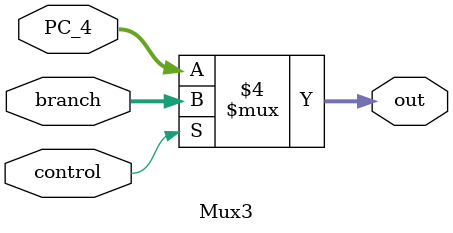
<source format=v>
`timescale 1ns / 1ps


module Mux3(PC_4,branch,control,out);
input [31:0]PC_4;
input [31:0]branch;
input control;
output reg [31:0]out;
always@(PC_4 or branch or control)begin
if(control == 1'b0)begin
out <= PC_4;
end
else begin
out <= branch;
end
end
endmodule

</source>
